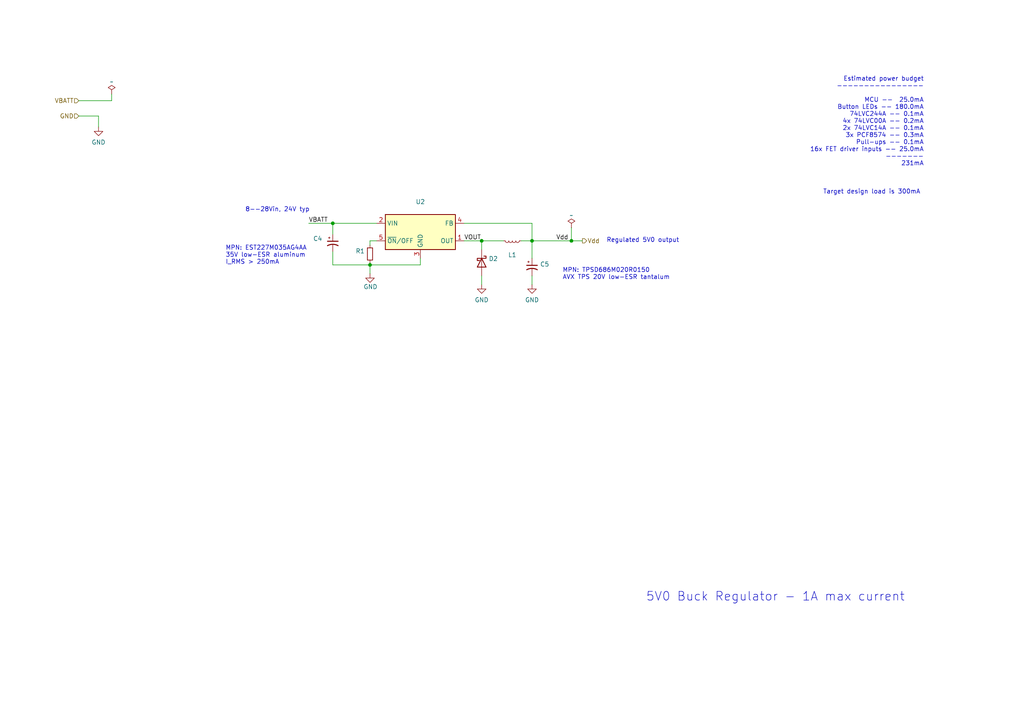
<source format=kicad_sch>
(kicad_sch (version 20211123) (generator eeschema)

  (uuid 48c7420f-a85d-4acf-b0b8-3ee561c6563a)

  (paper "A4")

  (lib_symbols
    (symbol "Device:C_Polarized_Small_US" (pin_numbers hide) (pin_names (offset 0.254) hide) (in_bom yes) (on_board yes)
      (property "Reference" "C" (id 0) (at 0.254 1.778 0)
        (effects (font (size 1.27 1.27)) (justify left))
      )
      (property "Value" "C_Polarized_Small_US" (id 1) (at 0.254 -2.032 0)
        (effects (font (size 1.27 1.27)) (justify left))
      )
      (property "Footprint" "" (id 2) (at 0 0 0)
        (effects (font (size 1.27 1.27)) hide)
      )
      (property "Datasheet" "~" (id 3) (at 0 0 0)
        (effects (font (size 1.27 1.27)) hide)
      )
      (property "ki_keywords" "cap capacitor" (id 4) (at 0 0 0)
        (effects (font (size 1.27 1.27)) hide)
      )
      (property "ki_description" "Polarized capacitor, small US symbol" (id 5) (at 0 0 0)
        (effects (font (size 1.27 1.27)) hide)
      )
      (property "ki_fp_filters" "CP_*" (id 6) (at 0 0 0)
        (effects (font (size 1.27 1.27)) hide)
      )
      (symbol "C_Polarized_Small_US_0_1"
        (polyline
          (pts
            (xy -1.524 0.508)
            (xy 1.524 0.508)
          )
          (stroke (width 0.3048) (type default) (color 0 0 0 0))
          (fill (type none))
        )
        (polyline
          (pts
            (xy -1.27 1.524)
            (xy -0.762 1.524)
          )
          (stroke (width 0) (type default) (color 0 0 0 0))
          (fill (type none))
        )
        (polyline
          (pts
            (xy -1.016 1.27)
            (xy -1.016 1.778)
          )
          (stroke (width 0) (type default) (color 0 0 0 0))
          (fill (type none))
        )
        (arc (start 1.524 -0.762) (mid 0 -0.3734) (end -1.524 -0.762)
          (stroke (width 0.3048) (type default) (color 0 0 0 0))
          (fill (type none))
        )
      )
      (symbol "C_Polarized_Small_US_1_1"
        (pin passive line (at 0 2.54 270) (length 2.032)
          (name "~" (effects (font (size 1.27 1.27))))
          (number "1" (effects (font (size 1.27 1.27))))
        )
        (pin passive line (at 0 -2.54 90) (length 2.032)
          (name "~" (effects (font (size 1.27 1.27))))
          (number "2" (effects (font (size 1.27 1.27))))
        )
      )
    )
    (symbol "Device:D_Schottky" (pin_numbers hide) (pin_names (offset 1.016) hide) (in_bom yes) (on_board yes)
      (property "Reference" "D" (id 0) (at 0 2.54 0)
        (effects (font (size 1.27 1.27)))
      )
      (property "Value" "D_Schottky" (id 1) (at 0 -2.54 0)
        (effects (font (size 1.27 1.27)))
      )
      (property "Footprint" "" (id 2) (at 0 0 0)
        (effects (font (size 1.27 1.27)) hide)
      )
      (property "Datasheet" "~" (id 3) (at 0 0 0)
        (effects (font (size 1.27 1.27)) hide)
      )
      (property "ki_keywords" "diode Schottky" (id 4) (at 0 0 0)
        (effects (font (size 1.27 1.27)) hide)
      )
      (property "ki_description" "Schottky diode" (id 5) (at 0 0 0)
        (effects (font (size 1.27 1.27)) hide)
      )
      (property "ki_fp_filters" "TO-???* *_Diode_* *SingleDiode* D_*" (id 6) (at 0 0 0)
        (effects (font (size 1.27 1.27)) hide)
      )
      (symbol "D_Schottky_0_1"
        (polyline
          (pts
            (xy 1.27 0)
            (xy -1.27 0)
          )
          (stroke (width 0) (type default) (color 0 0 0 0))
          (fill (type none))
        )
        (polyline
          (pts
            (xy 1.27 1.27)
            (xy 1.27 -1.27)
            (xy -1.27 0)
            (xy 1.27 1.27)
          )
          (stroke (width 0.254) (type default) (color 0 0 0 0))
          (fill (type none))
        )
        (polyline
          (pts
            (xy -1.905 0.635)
            (xy -1.905 1.27)
            (xy -1.27 1.27)
            (xy -1.27 -1.27)
            (xy -0.635 -1.27)
            (xy -0.635 -0.635)
          )
          (stroke (width 0.254) (type default) (color 0 0 0 0))
          (fill (type none))
        )
      )
      (symbol "D_Schottky_1_1"
        (pin passive line (at -3.81 0 0) (length 2.54)
          (name "K" (effects (font (size 1.27 1.27))))
          (number "1" (effects (font (size 1.27 1.27))))
        )
        (pin passive line (at 3.81 0 180) (length 2.54)
          (name "A" (effects (font (size 1.27 1.27))))
          (number "2" (effects (font (size 1.27 1.27))))
        )
      )
    )
    (symbol "Device:L_Small" (pin_numbers hide) (pin_names (offset 0.254) hide) (in_bom yes) (on_board yes)
      (property "Reference" "L" (id 0) (at 0.762 1.016 0)
        (effects (font (size 1.27 1.27)) (justify left))
      )
      (property "Value" "L_Small" (id 1) (at 0.762 -1.016 0)
        (effects (font (size 1.27 1.27)) (justify left))
      )
      (property "Footprint" "" (id 2) (at 0 0 0)
        (effects (font (size 1.27 1.27)) hide)
      )
      (property "Datasheet" "~" (id 3) (at 0 0 0)
        (effects (font (size 1.27 1.27)) hide)
      )
      (property "ki_keywords" "inductor choke coil reactor magnetic" (id 4) (at 0 0 0)
        (effects (font (size 1.27 1.27)) hide)
      )
      (property "ki_description" "Inductor, small symbol" (id 5) (at 0 0 0)
        (effects (font (size 1.27 1.27)) hide)
      )
      (property "ki_fp_filters" "Choke_* *Coil* Inductor_* L_*" (id 6) (at 0 0 0)
        (effects (font (size 1.27 1.27)) hide)
      )
      (symbol "L_Small_0_1"
        (arc (start 0 -2.032) (mid 0.508 -1.524) (end 0 -1.016)
          (stroke (width 0) (type default) (color 0 0 0 0))
          (fill (type none))
        )
        (arc (start 0 -1.016) (mid 0.508 -0.508) (end 0 0)
          (stroke (width 0) (type default) (color 0 0 0 0))
          (fill (type none))
        )
        (arc (start 0 0) (mid 0.508 0.508) (end 0 1.016)
          (stroke (width 0) (type default) (color 0 0 0 0))
          (fill (type none))
        )
        (arc (start 0 1.016) (mid 0.508 1.524) (end 0 2.032)
          (stroke (width 0) (type default) (color 0 0 0 0))
          (fill (type none))
        )
      )
      (symbol "L_Small_1_1"
        (pin passive line (at 0 2.54 270) (length 0.508)
          (name "~" (effects (font (size 1.27 1.27))))
          (number "1" (effects (font (size 1.27 1.27))))
        )
        (pin passive line (at 0 -2.54 90) (length 0.508)
          (name "~" (effects (font (size 1.27 1.27))))
          (number "2" (effects (font (size 1.27 1.27))))
        )
      )
    )
    (symbol "Device:R_Small" (pin_numbers hide) (pin_names (offset 0.254) hide) (in_bom yes) (on_board yes)
      (property "Reference" "R" (id 0) (at 0.762 0.508 0)
        (effects (font (size 1.27 1.27)) (justify left))
      )
      (property "Value" "R_Small" (id 1) (at 0.762 -1.016 0)
        (effects (font (size 1.27 1.27)) (justify left))
      )
      (property "Footprint" "" (id 2) (at 0 0 0)
        (effects (font (size 1.27 1.27)) hide)
      )
      (property "Datasheet" "~" (id 3) (at 0 0 0)
        (effects (font (size 1.27 1.27)) hide)
      )
      (property "ki_keywords" "R resistor" (id 4) (at 0 0 0)
        (effects (font (size 1.27 1.27)) hide)
      )
      (property "ki_description" "Resistor, small symbol" (id 5) (at 0 0 0)
        (effects (font (size 1.27 1.27)) hide)
      )
      (property "ki_fp_filters" "R_*" (id 6) (at 0 0 0)
        (effects (font (size 1.27 1.27)) hide)
      )
      (symbol "R_Small_0_1"
        (rectangle (start -0.762 1.778) (end 0.762 -1.778)
          (stroke (width 0.2032) (type default) (color 0 0 0 0))
          (fill (type none))
        )
      )
      (symbol "R_Small_1_1"
        (pin passive line (at 0 2.54 270) (length 0.762)
          (name "~" (effects (font (size 1.27 1.27))))
          (number "1" (effects (font (size 1.27 1.27))))
        )
        (pin passive line (at 0 -2.54 90) (length 0.762)
          (name "~" (effects (font (size 1.27 1.27))))
          (number "2" (effects (font (size 1.27 1.27))))
        )
      )
    )
    (symbol "Regulator_Switching:LM2595T-5" (in_bom yes) (on_board yes)
      (property "Reference" "U" (id 0) (at -10.16 6.35 0)
        (effects (font (size 1.27 1.27)) (justify left))
      )
      (property "Value" "LM2595T-5" (id 1) (at 0 6.35 0)
        (effects (font (size 1.27 1.27)) (justify left))
      )
      (property "Footprint" "Package_TO_SOT_THT:TO-220-5_P3.4x3.7mm_StaggerOdd_Lead3.8mm_Vertical" (id 2) (at 1.27 -6.35 0)
        (effects (font (size 1.27 1.27) italic) (justify left) hide)
      )
      (property "Datasheet" "http://www.ti.com.cn/cn/lit/ds/symlink/lm2595.pdf" (id 3) (at 0 0 0)
        (effects (font (size 1.27 1.27)) hide)
      )
      (property "ki_keywords" "Step-Down Voltage Regulator 5V 1A" (id 4) (at 0 0 0)
        (effects (font (size 1.27 1.27)) hide)
      )
      (property "ki_description" "5V, 1A Step-Down Voltage Regulator, TO-220-5" (id 5) (at 0 0 0)
        (effects (font (size 1.27 1.27)) hide)
      )
      (property "ki_fp_filters" "TO?220*" (id 6) (at 0 0 0)
        (effects (font (size 1.27 1.27)) hide)
      )
      (symbol "LM2595T-5_0_1"
        (rectangle (start -10.16 5.08) (end 10.16 -5.08)
          (stroke (width 0.254) (type default) (color 0 0 0 0))
          (fill (type background))
        )
      )
      (symbol "LM2595T-5_1_1"
        (pin output line (at 12.7 -2.54 180) (length 2.54)
          (name "OUT" (effects (font (size 1.27 1.27))))
          (number "1" (effects (font (size 1.27 1.27))))
        )
        (pin power_in line (at -12.7 2.54 0) (length 2.54)
          (name "VIN" (effects (font (size 1.27 1.27))))
          (number "2" (effects (font (size 1.27 1.27))))
        )
        (pin power_in line (at 0 -7.62 90) (length 2.54)
          (name "GND" (effects (font (size 1.27 1.27))))
          (number "3" (effects (font (size 1.27 1.27))))
        )
        (pin input line (at 12.7 2.54 180) (length 2.54)
          (name "FB" (effects (font (size 1.27 1.27))))
          (number "4" (effects (font (size 1.27 1.27))))
        )
        (pin input line (at -12.7 -2.54 0) (length 2.54)
          (name "~{ON}/OFF" (effects (font (size 1.27 1.27))))
          (number "5" (effects (font (size 1.27 1.27))))
        )
      )
    )
    (symbol "power:GND" (power) (pin_names (offset 0)) (in_bom yes) (on_board yes)
      (property "Reference" "#PWR" (id 0) (at 0 -6.35 0)
        (effects (font (size 1.27 1.27)) hide)
      )
      (property "Value" "GND" (id 1) (at 0 -3.81 0)
        (effects (font (size 1.27 1.27)))
      )
      (property "Footprint" "" (id 2) (at 0 0 0)
        (effects (font (size 1.27 1.27)) hide)
      )
      (property "Datasheet" "" (id 3) (at 0 0 0)
        (effects (font (size 1.27 1.27)) hide)
      )
      (property "ki_keywords" "power-flag" (id 4) (at 0 0 0)
        (effects (font (size 1.27 1.27)) hide)
      )
      (property "ki_description" "Power symbol creates a global label with name \"GND\" , ground" (id 5) (at 0 0 0)
        (effects (font (size 1.27 1.27)) hide)
      )
      (symbol "GND_0_1"
        (polyline
          (pts
            (xy 0 0)
            (xy 0 -1.27)
            (xy 1.27 -1.27)
            (xy 0 -2.54)
            (xy -1.27 -1.27)
            (xy 0 -1.27)
          )
          (stroke (width 0) (type default) (color 0 0 0 0))
          (fill (type none))
        )
      )
      (symbol "GND_1_1"
        (pin power_in line (at 0 0 270) (length 0) hide
          (name "GND" (effects (font (size 1.27 1.27))))
          (number "1" (effects (font (size 1.27 1.27))))
        )
      )
    )
    (symbol "power:PWR_FLAG" (power) (pin_numbers hide) (pin_names (offset 0) hide) (in_bom yes) (on_board yes)
      (property "Reference" "#FLG" (id 0) (at 0 1.905 0)
        (effects (font (size 1.27 1.27)) hide)
      )
      (property "Value" "PWR_FLAG" (id 1) (at 0 3.81 0)
        (effects (font (size 1.27 1.27)))
      )
      (property "Footprint" "" (id 2) (at 0 0 0)
        (effects (font (size 1.27 1.27)) hide)
      )
      (property "Datasheet" "~" (id 3) (at 0 0 0)
        (effects (font (size 1.27 1.27)) hide)
      )
      (property "ki_keywords" "power-flag" (id 4) (at 0 0 0)
        (effects (font (size 1.27 1.27)) hide)
      )
      (property "ki_description" "Special symbol for telling ERC where power comes from" (id 5) (at 0 0 0)
        (effects (font (size 1.27 1.27)) hide)
      )
      (symbol "PWR_FLAG_0_0"
        (pin power_out line (at 0 0 90) (length 0)
          (name "pwr" (effects (font (size 1.27 1.27))))
          (number "1" (effects (font (size 1.27 1.27))))
        )
      )
      (symbol "PWR_FLAG_0_1"
        (polyline
          (pts
            (xy 0 0)
            (xy 0 1.27)
            (xy -1.016 1.905)
            (xy 0 2.54)
            (xy 1.016 1.905)
            (xy 0 1.27)
          )
          (stroke (width 0) (type default) (color 0 0 0 0))
          (fill (type none))
        )
      )
    )
  )

  (junction (at 96.52 64.77) (diameter 0) (color 0 0 0 0)
    (uuid 1ad4d09d-52ad-464a-93ad-ff26cd778e07)
  )
  (junction (at 165.735 69.85) (diameter 0) (color 0 0 0 0)
    (uuid 651d63c0-993f-419f-858c-4eea1944da5f)
  )
  (junction (at 154.305 69.85) (diameter 0) (color 0 0 0 0)
    (uuid 8152fcae-2ca5-470a-9872-1f0e4c4af635)
  )
  (junction (at 139.7 69.85) (diameter 0) (color 0 0 0 0)
    (uuid 9081796a-2df1-4868-95e5-6018b4b89949)
  )
  (junction (at 107.315 76.835) (diameter 0) (color 0 0 0 0)
    (uuid ae6b5360-6f69-453b-99df-29d17928187b)
  )

  (wire (pts (xy 107.315 69.85) (xy 109.22 69.85))
    (stroke (width 0) (type default) (color 0 0 0 0))
    (uuid 0468bca6-81d4-4087-8f0d-d39f8b6bd858)
  )
  (wire (pts (xy 154.305 80.01) (xy 154.305 82.55))
    (stroke (width 0) (type default) (color 0 0 0 0))
    (uuid 0d1ec36c-edce-4808-9643-654a7c2a4562)
  )
  (wire (pts (xy 151.13 69.85) (xy 154.305 69.85))
    (stroke (width 0) (type default) (color 0 0 0 0))
    (uuid 15eb99be-1835-4afd-aacb-ce119edf9298)
  )
  (wire (pts (xy 139.7 69.85) (xy 146.05 69.85))
    (stroke (width 0) (type default) (color 0 0 0 0))
    (uuid 191d4dec-bea3-4c02-ba9c-6439e07b447f)
  )
  (wire (pts (xy 96.52 73.025) (xy 96.52 76.835))
    (stroke (width 0) (type default) (color 0 0 0 0))
    (uuid 1d8a0c0c-7a24-4b33-9149-368386b66bb0)
  )
  (wire (pts (xy 96.52 64.77) (xy 96.52 67.945))
    (stroke (width 0) (type default) (color 0 0 0 0))
    (uuid 277b6a29-6923-4c13-810a-86179647b5bb)
  )
  (wire (pts (xy 121.92 76.835) (xy 121.92 74.93))
    (stroke (width 0) (type default) (color 0 0 0 0))
    (uuid 27a84d82-1689-4837-a6e5-fb223a82d604)
  )
  (wire (pts (xy 154.305 69.85) (xy 165.735 69.85))
    (stroke (width 0) (type default) (color 0 0 0 0))
    (uuid 2ca7b948-eb3d-4918-845b-8dc5edcb0213)
  )
  (wire (pts (xy 139.7 80.01) (xy 139.7 82.55))
    (stroke (width 0) (type default) (color 0 0 0 0))
    (uuid 2d25998c-999a-4270-80ac-c6492ffd3107)
  )
  (wire (pts (xy 134.62 69.85) (xy 139.7 69.85))
    (stroke (width 0) (type default) (color 0 0 0 0))
    (uuid 3563f528-c66a-48e6-8a05-9c7fa879b89e)
  )
  (wire (pts (xy 96.52 64.77) (xy 109.22 64.77))
    (stroke (width 0) (type default) (color 0 0 0 0))
    (uuid 38b6a80a-6c4f-464b-b019-1bc002e262e8)
  )
  (wire (pts (xy 107.315 69.85) (xy 107.315 71.12))
    (stroke (width 0) (type default) (color 0 0 0 0))
    (uuid 5ba57281-8910-49fa-87f7-570a04255d3c)
  )
  (wire (pts (xy 107.315 76.835) (xy 107.315 79.375))
    (stroke (width 0) (type default) (color 0 0 0 0))
    (uuid 60341b00-3118-45e0-8252-6d9bf2d89a1a)
  )
  (wire (pts (xy 154.305 64.77) (xy 154.305 69.85))
    (stroke (width 0) (type default) (color 0 0 0 0))
    (uuid 709718b0-31f4-43c2-ba23-620bc2d07c19)
  )
  (wire (pts (xy 28.575 33.655) (xy 28.575 36.83))
    (stroke (width 0) (type default) (color 0 0 0 0))
    (uuid 82ccc15a-5196-44be-8fc3-37d4dfbf4c0c)
  )
  (wire (pts (xy 165.735 66.04) (xy 165.735 69.85))
    (stroke (width 0) (type default) (color 0 0 0 0))
    (uuid 8f50ce53-7535-4cfc-960a-374567cfda7c)
  )
  (wire (pts (xy 107.315 76.2) (xy 107.315 76.835))
    (stroke (width 0) (type default) (color 0 0 0 0))
    (uuid 9162bfeb-6af5-42b2-b114-308cd7c24527)
  )
  (wire (pts (xy 139.7 72.39) (xy 139.7 69.85))
    (stroke (width 0) (type default) (color 0 0 0 0))
    (uuid 9a0b3ff0-6f4a-4bd3-a3e1-7005ceccee4c)
  )
  (wire (pts (xy 22.86 33.655) (xy 28.575 33.655))
    (stroke (width 0) (type default) (color 0 0 0 0))
    (uuid a12511d6-4c71-4b67-a69e-bd467835661b)
  )
  (wire (pts (xy 107.315 76.835) (xy 121.92 76.835))
    (stroke (width 0) (type default) (color 0 0 0 0))
    (uuid bdee883d-e9cc-4fb0-b19b-c29914e288fb)
  )
  (wire (pts (xy 32.385 29.21) (xy 32.385 27.305))
    (stroke (width 0) (type default) (color 0 0 0 0))
    (uuid c2328b4a-0d01-408a-96c4-e51c495f7e88)
  )
  (wire (pts (xy 134.62 64.77) (xy 154.305 64.77))
    (stroke (width 0) (type default) (color 0 0 0 0))
    (uuid c3788941-1b48-4acb-863b-7b669f85f70d)
  )
  (wire (pts (xy 22.86 29.21) (xy 32.385 29.21))
    (stroke (width 0) (type default) (color 0 0 0 0))
    (uuid c69d570d-9846-4a66-a272-9626429f186d)
  )
  (wire (pts (xy 96.52 76.835) (xy 107.315 76.835))
    (stroke (width 0) (type default) (color 0 0 0 0))
    (uuid d15c2fe7-de48-4cf8-a67f-b20c59f3564c)
  )
  (wire (pts (xy 165.735 69.85) (xy 168.91 69.85))
    (stroke (width 0) (type default) (color 0 0 0 0))
    (uuid e3e2211a-0ffd-4c3c-a583-5bbc586c5560)
  )
  (wire (pts (xy 154.305 69.85) (xy 154.305 74.93))
    (stroke (width 0) (type default) (color 0 0 0 0))
    (uuid f54e9d89-485b-441e-9e8c-ce348b5a1f99)
  )
  (wire (pts (xy 89.535 64.77) (xy 96.52 64.77))
    (stroke (width 0) (type default) (color 0 0 0 0))
    (uuid faf2001e-5842-4d75-af27-93089dc60fe1)
  )

  (text "MPN: EST227M035AG4AA\n35V low-ESR aluminum\nI_RMS > 250mA\n"
    (at 65.405 76.835 0)
    (effects (font (size 1.27 1.27)) (justify left bottom))
    (uuid 1a93bbbf-803b-4f9d-b6b7-e4e284a34068)
  )
  (text "8--28Vin, 24V typ" (at 71.12 61.595 0)
    (effects (font (size 1.27 1.27)) (justify left bottom))
    (uuid 32a3234d-3e20-436a-b053-c1b2d7664abb)
  )
  (text "Regulated 5V0 output" (at 175.895 70.485 0)
    (effects (font (size 1.27 1.27)) (justify left bottom))
    (uuid 54547cd7-18eb-4026-af3a-4aa8922db5fb)
  )
  (text "5V0 Buck Regulator - 1A max current" (at 187.325 174.625 0)
    (effects (font (size 2.54 2.54)) (justify left bottom))
    (uuid c76d681a-f912-405b-a434-80df7e63f70e)
  )
  (text "Target design load is 300mA" (at 238.7039 56.4553 0)
    (effects (font (size 1.27 1.27)) (justify left bottom))
    (uuid cd8a374a-45cb-4ca5-9169-97017bdd7b33)
  )
  (text "MPN: TPSD686M020R0150\nAVX TPS 20V low-ESR tantalum"
    (at 163.1525 81.2483 0)
    (effects (font (size 1.27 1.27)) (justify left bottom))
    (uuid e9a9c9f6-bd1e-486b-8ce4-508a2e9bad1f)
  )
  (text "Estimated power budget\n----------------\n\nMCU --  25.0mA\nButton LEDs -- 180.0mA\n74LVC244A -- 0.1mA\n4x 74LVC00A -- 0.2mA\n2x 74LVC14A -- 0.1mA\n3x PCF8574 -- 0.3mA\nPull-ups -- 0.1mA\n16x FET driver inputs -- 25.0mA\n-------\n231mA"
    (at 267.97 48.26 0)
    (effects (font (size 1.27 1.27)) (justify right bottom))
    (uuid f0b8e375-4891-4d96-a1d5-1e181b706c26)
  )

  (label "VOUT" (at 134.62 69.85 0)
    (effects (font (size 1.27 1.27)) (justify left bottom))
    (uuid 03d82970-689c-4c18-a4ab-1dacabb2ff71)
  )
  (label "VBATT" (at 89.535 64.77 0)
    (effects (font (size 1.27 1.27)) (justify left bottom))
    (uuid 2267dee8-1f1a-4fde-b3a9-dccd648a9c19)
  )
  (label "Vdd" (at 161.29 69.85 0)
    (effects (font (size 1.27 1.27)) (justify left bottom))
    (uuid 52a11683-6a9e-47b2-bc64-156e3ccb5580)
  )

  (hierarchical_label "GND" (shape input) (at 22.86 33.655 180)
    (effects (font (size 1.27 1.27)) (justify right))
    (uuid 48b46dd1-2b09-4753-98a1-1f2e36e6275b)
  )
  (hierarchical_label "VBATT" (shape input) (at 22.86 29.21 180)
    (effects (font (size 1.27 1.27)) (justify right))
    (uuid 9c6a23ce-1342-4abd-9430-63746c8a2682)
  )
  (hierarchical_label "Vdd" (shape output) (at 168.91 69.85 0)
    (effects (font (size 1.27 1.27)) (justify left))
    (uuid e1da5059-aa0f-47af-bc38-8b4153121a39)
  )

  (symbol (lib_id "power:GND") (at 154.305 82.55 0) (unit 1)
    (in_bom yes) (on_board yes) (fields_autoplaced)
    (uuid 1723ceab-e48d-407a-99ce-6e5cfd4f6ae0)
    (property "Reference" "#PWR020" (id 0) (at 154.305 88.9 0)
      (effects (font (size 1.27 1.27)) hide)
    )
    (property "Value" "GND" (id 1) (at 154.305 86.9934 0))
    (property "Footprint" "" (id 2) (at 154.305 82.55 0)
      (effects (font (size 1.27 1.27)) hide)
    )
    (property "Datasheet" "" (id 3) (at 154.305 82.55 0)
      (effects (font (size 1.27 1.27)) hide)
    )
    (pin "1" (uuid 3ade1792-289e-4c49-85bb-ac3e9056316a))
  )

  (symbol (lib_id "Device:C_Polarized_Small_US") (at 96.52 70.485 0) (unit 1)
    (in_bom yes) (on_board yes)
    (uuid 1ff7436d-9ad6-4fc1-a499-76d3565a3e56)
    (property "Reference" "C4" (id 0) (at 90.805 69.215 0)
      (effects (font (size 1.27 1.27)) (justify left))
    )
    (property "Value" "" (id 1) (at 89.535 71.755 0)
      (effects (font (size 1.27 1.27)) (justify left))
    )
    (property "Footprint" "" (id 2) (at 96.52 70.485 0)
      (effects (font (size 1.27 1.27)) hide)
    )
    (property "Datasheet" "https://content.kemet.com/datasheets/KEM_A4010_EST.pdf" (id 3) (at 96.52 70.485 0)
      (effects (font (size 1.27 1.27)) hide)
    )
    (property "MPN" "EST227M035AG4AA" (id 4) (at 96.52 70.485 0)
      (effects (font (size 1.27 1.27)) hide)
    )
    (property "MANUFACTURER" "KEMET" (id 5) (at 96.52 70.485 0)
      (effects (font (size 1.27 1.27)) hide)
    )
    (property "Comment" "35V low-ESR (<=160mOhm), I_RMS>250mA aluminum" (id 6) (at 96.52 70.485 0)
      (effects (font (size 1.27 1.27)) hide)
    )
    (pin "1" (uuid 6e030548-970a-4f9b-81ab-7e840b29fdfe))
    (pin "2" (uuid a5355631-8b33-4a89-9f2c-550bce5c33e9))
  )

  (symbol (lib_id "Device:R_Small") (at 107.315 73.66 0) (mirror x) (unit 1)
    (in_bom yes) (on_board yes) (fields_autoplaced)
    (uuid 3c5b0234-6f51-4421-b99d-868614fedc6b)
    (property "Reference" "R1" (id 0) (at 105.8165 72.8253 0)
      (effects (font (size 1.27 1.27)) (justify right))
    )
    (property "Value" "" (id 1) (at 105.8165 75.3622 0)
      (effects (font (size 1.27 1.27)) (justify right))
    )
    (property "Footprint" "" (id 2) (at 107.315 73.66 0)
      (effects (font (size 1.27 1.27)) hide)
    )
    (property "Datasheet" "~" (id 3) (at 107.315 73.66 0)
      (effects (font (size 1.27 1.27)) hide)
    )
    (pin "1" (uuid eac35e65-9e7a-4c2a-80f3-b6a86a0de888))
    (pin "2" (uuid 7c651835-ea06-4e19-bb42-9e4b3043f150))
  )

  (symbol (lib_id "power:PWR_FLAG") (at 165.735 66.04 0) (unit 1)
    (in_bom yes) (on_board yes) (fields_autoplaced)
    (uuid 4bf76787-a351-492f-9ce6-123af7f2b7c4)
    (property "Reference" "#FLG03" (id 0) (at 165.735 64.135 0)
      (effects (font (size 1.27 1.27)) hide)
    )
    (property "Value" "" (id 1) (at 165.735 62.4642 0))
    (property "Footprint" "" (id 2) (at 165.735 66.04 0)
      (effects (font (size 1.27 1.27)) hide)
    )
    (property "Datasheet" "~" (id 3) (at 165.735 66.04 0)
      (effects (font (size 1.27 1.27)) hide)
    )
    (pin "1" (uuid c5379b74-b665-49af-9e40-eafaa515f7cf))
  )

  (symbol (lib_id "Device:L_Small") (at 148.59 69.85 270) (unit 1)
    (in_bom yes) (on_board yes)
    (uuid 53f710f3-5d2f-4dfe-84c1-d68878ad7d2f)
    (property "Reference" "L1" (id 0) (at 148.59 73.9308 90))
    (property "Value" "" (id 1) (at 148.59 71.755 90))
    (property "Footprint" "" (id 2) (at 148.59 69.85 0)
      (effects (font (size 1.27 1.27)) hide)
    )
    (property "Datasheet" "https://abracon.com/Magnetics/radial/AIUR-06.pdf" (id 3) (at 148.59 69.85 0)
      (effects (font (size 1.27 1.27)) hide)
    )
    (property "MPN" "AIUR-06-151K" (id 4) (at 148.59 69.85 90)
      (effects (font (size 1.27 1.27)) hide)
    )
    (property "MANUFACTURER" "Abracon LLC" (id 5) (at 148.59 69.85 90)
      (effects (font (size 1.27 1.27)) hide)
    )
    (pin "1" (uuid 1995b72b-e9ad-48be-85ab-1ccf2ab0eb60))
    (pin "2" (uuid f50b1b1b-421d-408f-8943-d9584c8f6c1f))
  )

  (symbol (lib_id "Device:D_Schottky") (at 139.7 76.2 270) (unit 1)
    (in_bom yes) (on_board yes) (fields_autoplaced)
    (uuid 6086f940-a38d-4dba-a03b-e7e2c22023a0)
    (property "Reference" "D2" (id 0) (at 141.732 75.0478 90)
      (effects (font (size 1.27 1.27)) (justify left))
    )
    (property "Value" "" (id 1) (at 141.732 77.5847 90)
      (effects (font (size 1.27 1.27)) (justify left))
    )
    (property "Footprint" "" (id 2) (at 139.7 76.2 0)
      (effects (font (size 1.27 1.27)) hide)
    )
    (property "Datasheet" "https://www.vishay.com/docs/88721/sb520.pdf" (id 3) (at 139.7 76.2 0)
      (effects (font (size 1.27 1.27)) hide)
    )
    (property "MPN" "SB530-E3/54" (id 4) (at 139.7 76.2 90)
      (effects (font (size 1.27 1.27)) hide)
    )
    (property "MANUFACTURER" "Vishay" (id 5) (at 139.7 76.2 90)
      (effects (font (size 1.27 1.27)) hide)
    )
    (pin "1" (uuid e4976c85-4dc3-4da1-99b7-6a807826af69))
    (pin "2" (uuid 0587ff32-de32-4c5a-8cbc-5c4d002c798a))
  )

  (symbol (lib_id "power:GND") (at 139.7 82.55 0) (unit 1)
    (in_bom yes) (on_board yes) (fields_autoplaced)
    (uuid 7edd4114-26ce-40b9-a72a-1f41d7d0597a)
    (property "Reference" "#PWR019" (id 0) (at 139.7 88.9 0)
      (effects (font (size 1.27 1.27)) hide)
    )
    (property "Value" "GND" (id 1) (at 139.7 86.9934 0))
    (property "Footprint" "" (id 2) (at 139.7 82.55 0)
      (effects (font (size 1.27 1.27)) hide)
    )
    (property "Datasheet" "" (id 3) (at 139.7 82.55 0)
      (effects (font (size 1.27 1.27)) hide)
    )
    (pin "1" (uuid f1fa1a0f-3d67-4567-b87e-6bee854d06bf))
  )

  (symbol (lib_id "power:GND") (at 28.575 36.83 0) (unit 1)
    (in_bom yes) (on_board yes) (fields_autoplaced)
    (uuid 9890580c-c40f-4751-8e32-f937403c3be1)
    (property "Reference" "#PWR017" (id 0) (at 28.575 43.18 0)
      (effects (font (size 1.27 1.27)) hide)
    )
    (property "Value" "" (id 1) (at 28.575 41.2734 0))
    (property "Footprint" "" (id 2) (at 28.575 36.83 0)
      (effects (font (size 1.27 1.27)) hide)
    )
    (property "Datasheet" "" (id 3) (at 28.575 36.83 0)
      (effects (font (size 1.27 1.27)) hide)
    )
    (pin "1" (uuid 638e5762-3393-4aac-bae2-df655c0ccfc4))
  )

  (symbol (lib_id "power:GND") (at 107.315 79.375 0) (unit 1)
    (in_bom yes) (on_board yes)
    (uuid b4ba9515-7fed-46b8-8dc0-ee789efd3b9d)
    (property "Reference" "#PWR018" (id 0) (at 107.315 85.725 0)
      (effects (font (size 1.27 1.27)) hide)
    )
    (property "Value" "GND" (id 1) (at 105.41 83.185 0)
      (effects (font (size 1.27 1.27)) (justify left))
    )
    (property "Footprint" "" (id 2) (at 107.315 79.375 0)
      (effects (font (size 1.27 1.27)) hide)
    )
    (property "Datasheet" "" (id 3) (at 107.315 79.375 0)
      (effects (font (size 1.27 1.27)) hide)
    )
    (pin "1" (uuid d3e9fb28-6d03-4b37-9dcc-bb5d6487db57))
  )

  (symbol (lib_id "Regulator_Switching:LM2595T-5") (at 121.92 67.31 0) (unit 1)
    (in_bom yes) (on_board yes) (fields_autoplaced)
    (uuid c0642d1e-0e0f-4f78-a50a-743671accc05)
    (property "Reference" "U2" (id 0) (at 121.92 58.5302 0))
    (property "Value" "" (id 1) (at 121.92 61.0671 0))
    (property "Footprint" "" (id 2) (at 123.19 73.66 0)
      (effects (font (size 1.27 1.27) italic) (justify left) hide)
    )
    (property "Datasheet" "http://www.ti.com.cn/cn/lit/ds/symlink/lm2595.pdf" (id 3) (at 121.92 67.31 0)
      (effects (font (size 1.27 1.27)) hide)
    )
    (property "MPN" "LM2595T-5.0/NOPB" (id 4) (at 121.92 67.31 0)
      (effects (font (size 1.27 1.27)) hide)
    )
    (property "MANUFACTURER" "Texas Instruments" (id 5) (at 121.92 67.31 0)
      (effects (font (size 1.27 1.27)) hide)
    )
    (pin "1" (uuid 93476fbf-56e5-4ffc-9855-5e985fb8635e))
    (pin "2" (uuid 7997cc5d-162d-4166-8ce2-5ac3cb6f710b))
    (pin "3" (uuid c5c77d62-e5c6-43c7-8bda-3606794445c7))
    (pin "4" (uuid 8c5752c2-eaa3-4582-90d0-55a2475db77a))
    (pin "5" (uuid bedb6f18-6548-4e17-b16e-4eb54fc8b116))
  )

  (symbol (lib_id "Device:C_Polarized_Small_US") (at 154.305 77.47 0) (unit 1)
    (in_bom yes) (on_board yes) (fields_autoplaced)
    (uuid d254e97c-faeb-4d56-a486-361e71de940b)
    (property "Reference" "C5" (id 0) (at 156.6291 76.6416 0)
      (effects (font (size 1.27 1.27)) (justify left))
    )
    (property "Value" "" (id 1) (at 156.6291 79.1785 0)
      (effects (font (size 1.27 1.27)) (justify left))
    )
    (property "Footprint" "" (id 2) (at 154.305 77.47 0)
      (effects (font (size 1.27 1.27)) hide)
    )
    (property "Datasheet" "https://datasheets.kyocera-avx.com/TPS.pdf" (id 3) (at 154.305 77.47 0)
      (effects (font (size 1.27 1.27)) hide)
    )
    (property "MPN" "TPSD686M020R0150" (id 5) (at 154.305 77.47 0)
      (effects (font (size 1.27 1.27)) hide)
    )
    (property "MANUFACTURER" "Kyocera AVX" (id 6) (at 154.305 77.47 0)
      (effects (font (size 1.27 1.27)) hide)
    )
    (property "Comment" "AVX TPS 20V low-ESR (<=150mOhm) solid tantalum" (id 4) (at 154.305 77.47 0)
      (effects (font (size 1.27 1.27)) hide)
    )
    (pin "1" (uuid 8c1feb9f-d0b8-42a7-8406-aa936270dc75))
    (pin "2" (uuid 635c708f-a458-466c-b9bb-4009a3eed2bf))
  )

  (symbol (lib_id "power:PWR_FLAG") (at 32.385 27.305 0) (unit 1)
    (in_bom yes) (on_board yes) (fields_autoplaced)
    (uuid d61a344b-cd49-411e-9cd9-708b50674462)
    (property "Reference" "#FLG02" (id 0) (at 32.385 25.4 0)
      (effects (font (size 1.27 1.27)) hide)
    )
    (property "Value" "" (id 1) (at 32.385 23.7292 0))
    (property "Footprint" "" (id 2) (at 32.385 27.305 0)
      (effects (font (size 1.27 1.27)) hide)
    )
    (property "Datasheet" "~" (id 3) (at 32.385 27.305 0)
      (effects (font (size 1.27 1.27)) hide)
    )
    (pin "1" (uuid a5948ee0-63d9-41f8-b91d-7c6aeedfbc21))
  )
)

</source>
